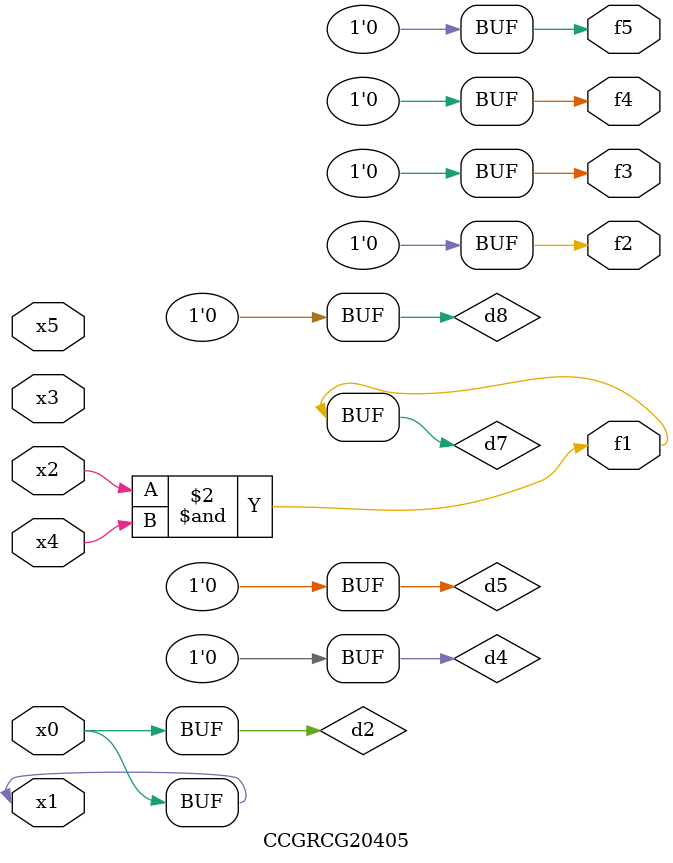
<source format=v>
module CCGRCG20405(
	input x0, x1, x2, x3, x4, x5,
	output f1, f2, f3, f4, f5
);

	wire d1, d2, d3, d4, d5, d6, d7, d8, d9;

	nand (d1, x1);
	buf (d2, x0, x1);
	nand (d3, x2, x4);
	and (d4, d1, d2);
	and (d5, d1, d2);
	nand (d6, d1, d3);
	not (d7, d3);
	xor (d8, d5);
	nor (d9, d5, d6);
	assign f1 = d7;
	assign f2 = d8;
	assign f3 = d8;
	assign f4 = d8;
	assign f5 = d8;
endmodule

</source>
